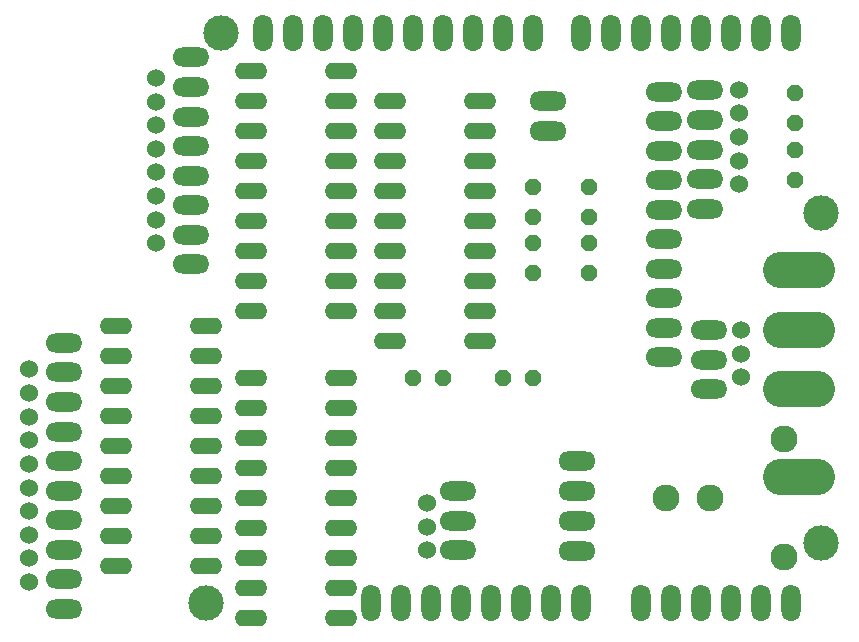
<source format=gbr>
%TF.GenerationSoftware,KiCad,Pcbnew,(6.0.10-0)*%
%TF.CreationDate,2024-07-14T14:57:32-07:00*%
%TF.ProjectId,arduino_shield,61726475-696e-46f5-9f73-6869656c642e,rev?*%
%TF.SameCoordinates,Original*%
%TF.FileFunction,Soldermask,Top*%
%TF.FilePolarity,Negative*%
%FSLAX46Y46*%
G04 Gerber Fmt 4.6, Leading zero omitted, Abs format (unit mm)*
G04 Created by KiCad (PCBNEW (6.0.10-0)) date 2024-07-14 14:57:32*
%MOMM*%
%LPD*%
G01*
G04 APERTURE LIST*
G04 Aperture macros list*
%AMFreePoly0*
4,1,17,0.309468,0.696321,0.696321,0.309468,0.711200,0.273547,0.711200,-0.273547,0.696321,-0.309468,0.309468,-0.696321,0.273547,-0.711200,-0.273547,-0.711200,-0.309468,-0.696321,-0.696321,-0.309468,-0.711200,-0.273547,-0.711200,0.273547,-0.696321,0.309468,-0.309468,0.696321,-0.273547,0.711200,0.273547,0.711200,0.309468,0.696321,0.309468,0.696321,$1*%
G04 Aperture macros list end*
%ADD10O,3.149600X1.625600*%
%ADD11C,2.286000*%
%ADD12FreePoly0,0.000000*%
%ADD13O,3.117600X1.609600*%
%ADD14O,2.743200X1.422400*%
%ADD15C,1.524000*%
%ADD16FreePoly0,90.000000*%
%ADD17FreePoly0,180.000000*%
%ADD18O,6.101600X3.101600*%
%ADD19C,3.000000*%
%ADD20O,1.609600X3.117600*%
G04 APERTURE END LIST*
D10*
%TO.C,JP6*%
X158165800Y-89128600D03*
X158165800Y-86588600D03*
%TD*%
D11*
%TO.C,X1*%
X178168300Y-115243600D03*
X178168300Y-125243600D03*
X171918300Y-120243600D03*
X168168300Y-120243600D03*
%TD*%
D10*
%TO.C,JP9*%
X160642300Y-124688600D03*
X160642300Y-122148600D03*
X160642300Y-119608600D03*
X160642300Y-117068600D03*
%TD*%
D12*
%TO.C,R2*%
X154355800Y-110083600D03*
X156895800Y-110083600D03*
%TD*%
D13*
%TO.C,JP5*%
X168008300Y-85816100D03*
X168008300Y-88316100D03*
X168008300Y-90816100D03*
X168008300Y-93316100D03*
X168008300Y-95816100D03*
X168008300Y-98316100D03*
X168008300Y-100816100D03*
X168008300Y-103316100D03*
X168008300Y-105816100D03*
X168008300Y-108316100D03*
%TD*%
%TO.C,JP3*%
X128003300Y-100418600D03*
X128003300Y-97918600D03*
X128003300Y-95418600D03*
X128003300Y-92918600D03*
X128003300Y-90418600D03*
X128003300Y-87918600D03*
X128003300Y-85418600D03*
X128003300Y-82918600D03*
%TD*%
D14*
%TO.C,IC2*%
X140703300Y-104368600D03*
X140703300Y-101828600D03*
X140703300Y-99288600D03*
X140703300Y-96748600D03*
X140703300Y-94208600D03*
X140703300Y-91668600D03*
X140703300Y-89128600D03*
X140703300Y-86588600D03*
X140703300Y-84048600D03*
X133083300Y-84048600D03*
X133083300Y-86588600D03*
X133083300Y-89128600D03*
X133083300Y-91668600D03*
X133083300Y-94208600D03*
X133083300Y-96748600D03*
X133083300Y-99288600D03*
X133083300Y-101828600D03*
X133083300Y-104368600D03*
%TD*%
D15*
%TO.C,JP4A0*%
X114287300Y-127338600D03*
X114287300Y-125338600D03*
X114287300Y-123338600D03*
X114287300Y-121338600D03*
X114287300Y-119338600D03*
X114287300Y-117338600D03*
X114287300Y-115338600D03*
X114287300Y-113338600D03*
X114287300Y-111338600D03*
X114287300Y-109338600D03*
%TD*%
D16*
%TO.C,R5*%
X161658300Y-101193600D03*
X161658300Y-98653600D03*
%TD*%
%TO.C,LED3*%
X156895800Y-96431100D03*
X156895800Y-93891100D03*
%TD*%
%TO.C,R3*%
X179120800Y-93256100D03*
X179120800Y-90716100D03*
%TD*%
D14*
%TO.C,IC1*%
X129273300Y-125958600D03*
X129273300Y-123418600D03*
X129273300Y-120878600D03*
X129273300Y-118338600D03*
X129273300Y-115798600D03*
X129273300Y-113258600D03*
X129273300Y-110718600D03*
X129273300Y-108178600D03*
X129273300Y-105638600D03*
X121653300Y-105638600D03*
X121653300Y-108178600D03*
X121653300Y-110718600D03*
X121653300Y-113258600D03*
X121653300Y-115798600D03*
X121653300Y-118338600D03*
X121653300Y-120878600D03*
X121653300Y-123418600D03*
X121653300Y-125958600D03*
%TD*%
D16*
%TO.C,LED1*%
X179120800Y-88493600D03*
X179120800Y-85953600D03*
%TD*%
D13*
%TO.C,JP7*%
X171818300Y-105996100D03*
X171818300Y-108496100D03*
X171818300Y-110996100D03*
%TD*%
%TO.C,JP8*%
X171500800Y-85716100D03*
X171500800Y-88216100D03*
X171500800Y-90716100D03*
X171500800Y-93216100D03*
X171500800Y-95716100D03*
%TD*%
D17*
%TO.C,R1*%
X149275800Y-110083600D03*
X146735800Y-110083600D03*
%TD*%
D14*
%TO.C,IC3*%
X133083300Y-110083600D03*
X133083300Y-112623600D03*
X133083300Y-115163600D03*
X133083300Y-117703600D03*
X133083300Y-120243600D03*
X133083300Y-122783600D03*
X133083300Y-125323600D03*
X133083300Y-127863600D03*
X133083300Y-130403600D03*
X140703300Y-130403600D03*
X140703300Y-127863600D03*
X140703300Y-125323600D03*
X140703300Y-122783600D03*
X140703300Y-120243600D03*
X140703300Y-117703600D03*
X140703300Y-115163600D03*
X140703300Y-112623600D03*
X140703300Y-110083600D03*
%TD*%
D16*
%TO.C,LED2*%
X161658300Y-96431100D03*
X161658300Y-93891100D03*
%TD*%
D15*
%TO.C,JP7A0*%
X174498000Y-106000800D03*
X174498000Y-108000800D03*
X174498000Y-110000800D03*
%TD*%
D18*
%TO.C,JP1*%
X179438300Y-118456100D03*
X179438300Y-110956100D03*
X179438300Y-105956100D03*
X179438300Y-100956100D03*
%TD*%
D16*
%TO.C,R4*%
X156895800Y-101193600D03*
X156895800Y-98653600D03*
%TD*%
D15*
%TO.C,JP2A0*%
X147904200Y-124656600D03*
X147904200Y-122656600D03*
X147904200Y-120656600D03*
%TD*%
D14*
%TO.C,IC4*%
X144830800Y-86588600D03*
X144830800Y-89128600D03*
X144830800Y-91668600D03*
X144830800Y-94208600D03*
X144830800Y-96748600D03*
X144830800Y-99288600D03*
X144830800Y-101828600D03*
X144830800Y-104368600D03*
X144830800Y-106908600D03*
X152450800Y-106908600D03*
X152450800Y-104368600D03*
X152450800Y-101828600D03*
X152450800Y-99288600D03*
X152450800Y-96748600D03*
X152450800Y-94208600D03*
X152450800Y-91668600D03*
X152450800Y-89128600D03*
X152450800Y-86588600D03*
%TD*%
D13*
%TO.C,JP2*%
X150545800Y-124648600D03*
X150545800Y-122148600D03*
X150545800Y-119648600D03*
%TD*%
%TO.C,JP4*%
X117208300Y-129588600D03*
X117208300Y-127088600D03*
X117208300Y-124588600D03*
X117208300Y-122088600D03*
X117208300Y-119588600D03*
X117208300Y-117088600D03*
X117208300Y-114588600D03*
X117208300Y-112088600D03*
X117208300Y-109588600D03*
X117208300Y-107088600D03*
%TD*%
D15*
%TO.C,JP3A0*%
X125031500Y-98655900D03*
X125031500Y-96655900D03*
X125031500Y-94655900D03*
X125031500Y-92655900D03*
X125031500Y-90655900D03*
X125031500Y-88655900D03*
X125031500Y-86655900D03*
X125031500Y-84655900D03*
%TD*%
D19*
%TO.C,ARD1*%
X181343300Y-124053600D03*
X129273300Y-129133600D03*
X130543300Y-80873600D03*
X181343300Y-96113600D03*
D20*
X178803300Y-80873600D03*
X176263300Y-80873600D03*
X173723300Y-80873600D03*
X171183300Y-80873600D03*
X150863300Y-129133600D03*
X168643300Y-80873600D03*
X166103300Y-80873600D03*
X153403300Y-129133600D03*
X163563300Y-80873600D03*
X161023300Y-80873600D03*
X156959300Y-80873600D03*
X154419300Y-80873600D03*
X151879300Y-80873600D03*
X149339300Y-80873600D03*
X146799300Y-80873600D03*
X144259300Y-80873600D03*
X166103300Y-129133600D03*
X168643300Y-129133600D03*
X171183300Y-129133600D03*
X173723300Y-129133600D03*
X176263300Y-129133600D03*
X178803300Y-129133600D03*
X139179300Y-80873600D03*
X155943300Y-129133600D03*
X158483300Y-129133600D03*
X141719300Y-80873600D03*
X145783300Y-129133600D03*
X143243300Y-129133600D03*
X148323300Y-129133600D03*
X134099300Y-80873600D03*
X136639300Y-80873600D03*
X161023300Y-129133600D03*
%TD*%
D15*
%TO.C,JP8A0*%
X174320200Y-85649300D03*
X174320200Y-87649300D03*
X174320200Y-89649300D03*
X174320200Y-91649300D03*
X174320200Y-93649300D03*
%TD*%
M02*

</source>
